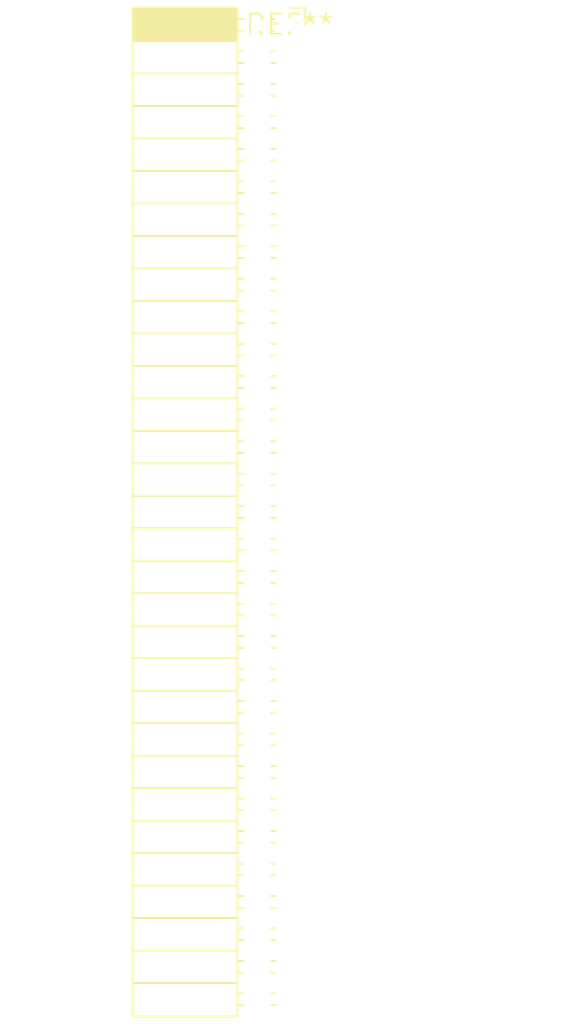
<source format=kicad_pcb>
(kicad_pcb (version 20240108) (generator pcbnew)
  (layers (0 "F.Cu" signal) (31 "B.Cu" signal) (34 "B.Paste" user) (35 "F.Paste" user) (36 "B.SilkS" user "B.Silkscreen") (37 "F.SilkS" user "F.Silkscreen") (38 "B.Mask" user) (39 "F.Mask" user) (44 "Edge.Cuts" user))
  (net 0 "")
  (footprint "PinSocket_2x31_P2.00mm_Horizontal" (layer "F.Cu") (at 0 0)
    (property "Reference" "REF**")
    (property "Value" "PinSocket_2x31_P2.00mm_Horizontal")
    (fp_line (start -9.68 -1.06) (end -9.68 61.06) (layer "F.SilkS") (stroke (width 0.12)))
    (fp_line (start -9.68 -1.06) (end -3.21 -1.06) (layer "F.SilkS") (stroke (width 0.12)))
    (fp_line (start -9.68 -0.94) (end -3.21 -0.94) (layer "F.SilkS") (stroke (width 0.12)))
    (fp_line (start -9.68 -0.825882) (end -3.21 -0.825882) (layer "F.SilkS") (stroke (width 0.12)))
    (fp_line (start -9.68 -0.711764) (end -3.21 -0.711764) (layer "F.SilkS") (stroke (width 0.12)))
    (fp_line (start -9.68 -0.597646) (end -3.21 -0.597646) (layer "F.SilkS") (stroke (width 0.12)))
    (fp_line (start -9.68 -0.483528) (end -3.21 -0.483528) (layer "F.SilkS") (stroke (width 0.12)))
    (fp_line (start -9.68 -0.36941) (end -3.21 -0.36941) (layer "F.SilkS") (stroke (width 0.12)))
    (fp_line (start -9.68 -0.255292) (end -3.21 -0.255292) (layer "F.SilkS") (stroke (width 0.12)))
    (fp_line (start -9.68 -0.141174) (end -3.21 -0.141174) (layer "F.SilkS") (stroke (width 0.12)))
    (fp_line (start -9.68 -0.027056) (end -3.21 -0.027056) (layer "F.SilkS") (stroke (width 0.12)))
    (fp_line (start -9.68 0.087062) (end -3.21 0.087062) (layer "F.SilkS") (stroke (width 0.12)))
    (fp_line (start -9.68 0.20118) (end -3.21 0.20118) (layer "F.SilkS") (stroke (width 0.12)))
    (fp_line (start -9.68 0.315298) (end -3.21 0.315298) (layer "F.SilkS") (stroke (width 0.12)))
    (fp_line (start -9.68 0.429416) (end -3.21 0.429416) (layer "F.SilkS") (stroke (width 0.12)))
    (fp_line (start -9.68 0.543534) (end -3.21 0.543534) (layer "F.SilkS") (stroke (width 0.12)))
    (fp_line (start -9.68 0.657652) (end -3.21 0.657652) (layer "F.SilkS") (stroke (width 0.12)))
    (fp_line (start -9.68 0.77177) (end -3.21 0.77177) (layer "F.SilkS") (stroke (width 0.12)))
    (fp_line (start -9.68 0.885888) (end -3.21 0.885888) (layer "F.SilkS") (stroke (width 0.12)))
    (fp_line (start -9.68 1) (end -3.21 1) (layer "F.SilkS") (stroke (width 0.12)))
    (fp_line (start -9.68 3) (end -3.21 3) (layer "F.SilkS") (stroke (width 0.12)))
    (fp_line (start -9.68 5) (end -3.21 5) (layer "F.SilkS") (stroke (width 0.12)))
    (fp_line (start -9.68 7) (end -3.21 7) (layer "F.SilkS") (stroke (width 0.12)))
    (fp_line (start -9.68 9) (end -3.21 9) (layer "F.SilkS") (stroke (width 0.12)))
    (fp_line (start -9.68 11) (end -3.21 11) (layer "F.SilkS") (stroke (width 0.12)))
    (fp_line (start -9.68 13) (end -3.21 13) (layer "F.SilkS") (stroke (width 0.12)))
    (fp_line (start -9.68 15) (end -3.21 15) (layer "F.SilkS") (stroke (width 0.12)))
    (fp_line (start -9.68 17) (end -3.21 17) (layer "F.SilkS") (stroke (width 0.12)))
    (fp_line (start -9.68 19) (end -3.21 19) (layer "F.SilkS") (stroke (width 0.12)))
    (fp_line (start -9.68 21) (end -3.21 21) (layer "F.SilkS") (stroke (width 0.12)))
    (fp_line (start -9.68 23) (end -3.21 23) (layer "F.SilkS") (stroke (width 0.12)))
    (fp_line (start -9.68 25) (end -3.21 25) (layer "F.SilkS") (stroke (width 0.12)))
    (fp_line (start -9.68 27) (end -3.21 27) (layer "F.SilkS") (stroke (width 0.12)))
    (fp_line (start -9.68 29) (end -3.21 29) (layer "F.SilkS") (stroke (width 0.12)))
    (fp_line (start -9.68 31) (end -3.21 31) (layer "F.SilkS") (stroke (width 0.12)))
    (fp_line (start -9.68 33) (end -3.21 33) (layer "F.SilkS") (stroke (width 0.12)))
    (fp_line (start -9.68 35) (end -3.21 35) (layer "F.SilkS") (stroke (width 0.12)))
    (fp_line (start -9.68 37) (end -3.21 37) (layer "F.SilkS") (stroke (width 0.12)))
    (fp_line (start -9.68 39) (end -3.21 39) (layer "F.SilkS") (stroke (width 0.12)))
    (fp_line (start -9.68 41) (end -3.21 41) (layer "F.SilkS") (stroke (width 0.12)))
    (fp_line (start -9.68 43) (end -3.21 43) (layer "F.SilkS") (stroke (width 0.12)))
    (fp_line (start -9.68 45) (end -3.21 45) (layer "F.SilkS") (stroke (width 0.12)))
    (fp_line (start -9.68 47) (end -3.21 47) (layer "F.SilkS") (stroke (width 0.12)))
    (fp_line (start -9.68 49) (end -3.21 49) (layer "F.SilkS") (stroke (width 0.12)))
    (fp_line (start -9.68 51) (end -3.21 51) (layer "F.SilkS") (stroke (width 0.12)))
    (fp_line (start -9.68 53) (end -3.21 53) (layer "F.SilkS") (stroke (width 0.12)))
    (fp_line (start -9.68 55) (end -3.21 55) (layer "F.SilkS") (stroke (width 0.12)))
    (fp_line (start -9.68 57) (end -3.21 57) (layer "F.SilkS") (stroke (width 0.12)))
    (fp_line (start -9.68 59) (end -3.21 59) (layer "F.SilkS") (stroke (width 0.12)))
    (fp_line (start -9.68 61.06) (end -3.21 61.06) (layer "F.SilkS") (stroke (width 0.12)))
    (fp_line (start -3.21 -1.06) (end -3.21 61.06) (layer "F.SilkS") (stroke (width 0.12)))
    (fp_line (start -3.21 -0.36) (end -2.862917 -0.36) (layer "F.SilkS") (stroke (width 0.12)))
    (fp_line (start -3.21 0.36) (end -2.862917 0.36) (layer "F.SilkS") (stroke (width 0.12)))
    (fp_line (start -3.21 1.64) (end -2.862917 1.64) (layer "F.SilkS") (stroke (width 0.12)))
    (fp_line (start -3.21 2.36) (end -2.862917 2.36) (layer "F.SilkS") (stroke (width 0.12)))
    (fp_line (start -3.21 3.64) (end -2.862917 3.64) (layer "F.SilkS") (stroke (width 0.12)))
    (fp_line (start -3.21 4.36) (end -2.862917 4.36) (layer "F.SilkS") (stroke (width 0.12)))
    (fp_line (start -3.21 5.64) (end -2.862917 5.64) (layer "F.SilkS") (stroke (width 0.12)))
    (fp_line (start -3.21 6.36) (end -2.862917 6.36) (layer "F.SilkS") (stroke (width 0.12)))
    (fp_line (start -3.21 7.64) (end -2.862917 7.64) (layer "F.SilkS") (stroke (width 0.12)))
    (fp_line (start -3.21 8.36) (end -2.862917 8.36) (layer "F.SilkS") (stroke (width 0.12)))
    (fp_line (start -3.21 9.64) (end -2.862917 9.64) (layer "F.SilkS") (stroke (width 0.12)))
    (fp_line (start -3.21 10.36) (end -2.862917 10.36) (layer "F.SilkS") (stroke (width 0.12)))
    (fp_line (start -3.21 11.64) (end -2.862917 11.64) (layer "F.SilkS") (stroke (width 0.12)))
    (fp_line (start -3.21 12.36) (end -2.862917 12.36) (layer "F.SilkS") (stroke (width 0.12)))
    (fp_line (start -3.21 13.64) (end -2.862917 13.64) (layer "F.SilkS") (stroke (width 0.12)))
    (fp_line (start -3.21 14.36) (end -2.862917 14.36) (layer "F.SilkS") (stroke (width 0.12)))
    (fp_line (start -3.21 15.64) (end -2.862917 15.64) (layer "F.SilkS") (stroke (width 0.12)))
    (fp_line (start -3.21 16.36) (end -2.862917 16.36) (layer "F.SilkS") (stroke (width 0.12)))
    (fp_line (start -3.21 17.64) (end -2.862917 17.64) (layer "F.SilkS") (stroke (width 0.12)))
    (fp_line (start -3.21 18.36) (end -2.862917 18.36) (layer "F.SilkS") (stroke (width 0.12)))
    (fp_line (start -3.21 19.64) (end -2.862917 19.64) (layer "F.SilkS") (stroke (width 0.12)))
    (fp_line (start -3.21 20.36) (end -2.862917 20.36) (layer "F.SilkS") (stroke (width 0.12)))
    (fp_line (start -3.21 21.64) (end -2.862917 21.64) (layer "F.SilkS") (stroke (width 0.12)))
    (fp_line (start -3.21 22.36) (end -2.862917 22.36) (layer "F.SilkS") (stroke (width 0.12)))
    (fp_line (start -3.21 23.64) (end -2.862917 23.64) (layer "F.SilkS") (stroke (width 0.12)))
    (fp_line (start -3.21 24.36) (end -2.862917 24.36) (layer "F.SilkS") (stroke (width 0.12)))
    (fp_line (start -3.21 25.64) (end -2.862917 25.64) (layer "F.SilkS") (stroke (width 0.12)))
    (fp_line (start -3.21 26.36) (end -2.862917 26.36) (layer "F.SilkS") (stroke (width 0.12)))
    (fp_line (start -3.21 27.64) (end -2.862917 27.64) (layer "F.SilkS") (stroke (width 0.12)))
    (fp_line (start -3.21 28.36) (end -2.862917 28.36) (layer "F.SilkS") (stroke (width 0.12)))
    (fp_line (start -3.21 29.64) (end -2.862917 29.64) (layer "F.SilkS") (stroke (width 0.12)))
    (fp_line (start -3.21 30.36) (end -2.862917 30.36) (layer "F.SilkS") (stroke (width 0.12)))
    (fp_line (start -3.21 31.64) (end -2.862917 31.64) (layer "F.SilkS") (stroke (width 0.12)))
    (fp_line (start -3.21 32.36) (end -2.862917 32.36) (layer "F.SilkS") (stroke (width 0.12)))
    (fp_line (start -3.21 33.64) (end -2.862917 33.64) (layer "F.SilkS") (stroke (width 0.12)))
    (fp_line (start -3.21 34.36) (end -2.862917 34.36) (layer "F.SilkS") (stroke (width 0.12)))
    (fp_line (start -3.21 35.64) (end -2.862917 35.64) (layer "F.SilkS") (stroke (width 0.12)))
    (fp_line (start -3.21 36.36) (end -2.862917 36.36) (layer "F.SilkS") (stroke (width 0.12)))
    (fp_line (start -3.21 37.64) (end -2.862917 37.64) (layer "F.SilkS") (stroke (width 0.12)))
    (fp_line (start -3.21 38.36) (end -2.862917 38.36) (layer "F.SilkS") (stroke (width 0.12)))
    (fp_line (start -3.21 39.64) (end -2.862917 39.64) (layer "F.SilkS") (stroke (width 0.12)))
    (fp_line (start -3.21 40.36) (end -2.862917 40.36) (layer "F.SilkS") (stroke (width 0.12)))
    (fp_line (start -3.21 41.64) (end -2.862917 41.64) (layer "F.SilkS") (stroke (width 0.12)))
    (fp_line (start -3.21 42.36) (end -2.862917 42.36) (layer "F.SilkS") (stroke (width 0.12)))
    (fp_line (start -3.21 43.64) (end -2.862917 43.64) (layer "F.SilkS") (stroke (width 0.12)))
    (fp_line (start -3.21 44.36) (end -2.862917 44.36) (layer "F.SilkS") (stroke (width 0.12)))
    (fp_line (start -3.21 45.64) (end -2.862917 45.64) (layer "F.SilkS") (stroke (width 0.12)))
    (fp_line (start -3.21 46.36) (end -2.862917 46.36) (layer "F.SilkS") (stroke (width 0.12)))
    (fp_line (start -3.21 47.64) (end -2.862917 47.64) (layer "F.SilkS") (stroke (width 0.12)))
    (fp_line (start -3.21 48.36) (end -2.862917 48.36) (layer "F.SilkS") (stroke (width 0.12)))
    (fp_line (start -3.21 49.64) (end -2.862917 49.64) (layer "F.SilkS") (stroke (width 0.12)))
    (fp_line (start -3.21 50.36) (end -2.862917 50.36) (layer "F.SilkS") (stroke (width 0.12)))
    (fp_line (start -3.21 51.64) (end -2.862917 51.64) (layer "F.SilkS") (stroke (width 0.12)))
    (fp_line (start -3.21 52.36) (end -2.862917 52.36) (layer "F.SilkS") (stroke (width 0.12)))
    (fp_line (start -3.21 53.64) (end -2.862917 53.64) (layer "F.SilkS") (stroke (width 0.12)))
    (fp_line (start -3.21 54.36) (end -2.862917 54.36) (layer "F.SilkS") (stroke (width 0.12)))
    (fp_line (start -3.21 55.64) (end -2.862917 55.64) (layer "F.SilkS") (stroke (width 0.12)))
    (fp_line (start -3.21 56.36) (end -2.862917 56.36) (layer "F.SilkS") (stroke (width 0.12)))
    (fp_line (start -3.21 57.64) (end -2.862917 57.64) (layer "F.SilkS") (stroke (width 0.12)))
    (fp_line (start -3.21 58.36) (end -2.862917 58.36) (layer "F.SilkS") (stroke (width 0.12)))
    (fp_line (start -3.21 59.64) (end -2.862917 59.64) (layer "F.SilkS") (stroke (width 0.12)))
    (fp_line (start -3.21 60.36) (end -2.862917 60.36) (layer "F.SilkS") (stroke (width 0.12)))
    (fp_line (start -1.137083 -0.36) (end -0.935 -0.36) (layer "F.SilkS") (stroke (width 0.12)))
    (fp_line (start -1.137083 0.36) (end -0.935 0.36) (layer "F.SilkS") (stroke (width 0.12)))
    (fp_line (start -1.137083 1.64) (end -0.862917 1.64) (layer "F.SilkS") (stroke (width 0.12)))
    (fp_line (start -1.137083 2.36) (end -0.862917 2.36) (layer "F.SilkS") (stroke (width 0.12)))
    (fp_line (start -1.137083 3.64) (end -0.862917 3.64) (layer "F.SilkS") (stroke (width 0.12)))
    (fp_line (start -1.137083 4.36) (end -0.862917 4.36) (layer "F.SilkS") (stroke (width 0.12)))
    (fp_line (start -1.137083 5.64) (end -0.862917 5.64) (layer "F.SilkS") (stroke (width 0.12)))
    (fp_line (start -1.137083 6.36) (end -0.862917 6.36) (layer "F.SilkS") (stroke (width 0.12)))
    (fp_line (start -1.137083 7.64) (end -0.862917 7.64) (layer "F.SilkS") (stroke (width 0.12)))
    (fp_line (start -1.137083 8.36) (end -0.862917 8.36) (layer "F.SilkS") (stroke (width 0.12)))
    (fp_line (start -1.137083 9.64) (end -0.862917 9.64) (layer "F.SilkS") (stroke (width 0.12)))
    (fp_line (start -1.137083 10.36) (end -0.862917 10.36) (layer "F.SilkS") (stroke (width 0.12)))
    (fp_line (start -1.137083 11.64) (end -0.862917 11.64) (layer "F.SilkS") (stroke (width 0.12)))
    (fp_line (start -1.137083 12.36) (end -0.862917 12.36) (layer "F.SilkS") (stroke (width 0.12)))
    (fp_line (start -1.137083 13.64) (end -0.862917 13.64) (layer "F.SilkS") (stroke (width 0.12)))
    (fp_line (start -1.137083 14.36) (end -0.862917 14.36) (layer "F.SilkS") (stroke (width 0.12)))
    (fp_line (start -1.137083 15.64) (end -0.862917 15.64) (layer "F.SilkS") (stroke (width 0.12)))
    (fp_line (start -1.137083 16.36) (end -0.862917 16.36) (layer "F.SilkS") (stroke (width 0.12)))
    (fp_line (start -1.137083 17.64) (end -0.862917 17.64) (layer "F.SilkS") (stroke (width 0.12)))
    (fp_line (start -1.137083 18.36) (end -0.862917 18.36) (layer "F.SilkS") (stroke (width 0.12)))
    (fp_line (start -1.137083 19.64) (end -0.862917 19.64) (layer "F.SilkS") (stroke (width 0.12)))
    (fp_line (start -1.137083 20.36) (end -0.862917 20.36) (layer "F.SilkS") (stroke (width 0.12)))
    (fp_line (start -1.137083 21.64) (end -0.862917 21.64) (layer "F.SilkS") (stroke (width 0.12)))
    (fp_line (start -1.137083 22.36) (end -0.862917 22.36) (layer "F.SilkS") (stroke (width 0.12)))
    (fp_line (start -1.137083 23.64) (end -0.862917 23.64) (layer "F.SilkS") (stroke (width 0.12)))
    (fp_line (start -1.137083 24.36) (end -0.862917 24.36) (layer "F.SilkS") (stroke (width 0.12)))
    (fp_line (start -1.137083 25.64) (end -0.862917 25.64) (layer "F.SilkS") (stroke (width 0.12)))
    (fp_line (start -1.137083 26.36) (end -0.862917 26.36) (layer "F.SilkS") (stroke (width 0.12)))
    (fp_line (start -1.137083 27.64) (end -0.862917 27.64) (layer "F.SilkS") (stroke (width 0.12)))
    (fp_line (start -1.137083 28.36) (end -0.862917 28.36) (layer "F.SilkS") (stroke (width 0.12)))
    (fp_line (start -1.137083 29.64) (end -0.862917 29.64) (layer "F.SilkS") (stroke (width 0.12)))
    (fp_line (start -1.137083 30.36) (end -0.862917 30.36) (layer "F.SilkS") (stroke (width 0.12)))
    (fp_line (start -1.137083 31.64) (end -0.862917 31.64) (layer "F.SilkS") (stroke (width 0.12)))
    (fp_line (start -1.137083 32.36) (end -0.862917 32.36) (layer "F.SilkS") (stroke (width 0.12)))
    (fp_line (start -1.137083 33.64) (end -0.862917 33.64) (layer "F.SilkS") (stroke (width 0.12)))
    (fp_line (start -1.137083 34.36) (end -0.862917 34.36) (layer "F.SilkS") (stroke (width 0.12)))
    (fp_line (start -1.137083 35.64) (end -0.862917 35.64) (layer "F.SilkS") (stroke (width 0.12)))
    (fp_line (start -1.137083 36.36) (end -0.862917 36.36) (layer "F.SilkS") (stroke (width 0.12)))
    (fp_line (start -1.137083 37.64) (end -0.862917 37.64) (layer "F.SilkS") (stroke (width 0.12)))
    (fp_line (start -1.137083 38.36) (end -0.862917 38.36) (layer "F.SilkS") (stroke (width 0.12)))
    (fp_line (start -1.137083 39.64) (end -0.862917 39.64) (layer "F.SilkS") (stroke (width 0.12)))
    (fp_line (start -1.137083 40.36) (end -0.862917 40.36) (layer "F.SilkS") (stroke (width 0.12)))
    (fp_line (start -1.137083 41.64) (end -0.862917 41.64) (layer "F.SilkS") (stroke (width 0.12)))
    (fp_line (start -1.137083 42.36) (end -0.862917 42.36) (layer "F.SilkS") (stroke (width 0.12)))
    (fp_line (start -1.137083 43.64) (end -0.862917 43.64) (layer "F.SilkS") (stroke (width 0.12)))
    (fp_line (start -1.137083 44.36) (end -0.862917 44.36) (layer "F.SilkS") (stroke (width 0.12)))
    (fp_line (start -1.137083 45.64) (end -0.862917 45.64) (layer "F.SilkS") (stroke (width 0.12)))
    (fp_line (start -1.137083 46.36) (end -0.862917 46.36) (layer "F.SilkS") (stroke (width 0.12)))
    (fp_line (start -1.137083 47.64) (end -0.862917 47.64) (layer "F.SilkS") (stroke (width 0.12)))
    (fp_line (start -1.137083 48.36) (end -0.862917 48.36) (layer "F.SilkS") (stroke (width 0.12)))
    (fp_line (start -1.137083 49.64) (end -0.862917 49.64) (layer "F.SilkS") (stroke (width 0.12)))
    (fp_line (start -1.137083 50.36) (end -0.862917 50.36) (layer "F.SilkS") (stroke (width 0.12)))
    (fp_line (start -1.137083 51.64) (end -0.862917 51.64) (layer "F.SilkS") (stroke (width 0.12)))
    (fp_line (start -1.137083 52.36) (end -0.862917 52.36) (layer "F.SilkS") (stroke (width 0.12)))
    (fp_line (start -1.137083 53.64) (end -0.862917 53.64) (layer "F.SilkS") (stroke (width 0.12)))
    (fp_line (start -1.137083 54.36) (end -0.862917 54.36) (layer "F.SilkS") (stroke (width 0.12)))
    (fp_line (start -1.137083 55.64) (end -0.862917 55.64) (layer "F.SilkS") (stroke (width 0.12)))
    (fp_line (start -1.137083 56.36) (end -0.862917 56.36) (layer "F.SilkS") (stroke (width 0.12)))
    (fp_line (start -1.137083 57.64) (end -0.862917 57.64) (layer "F.SilkS") (stroke (width 0.12)))
    (fp_line (start -1.137083 58.36) (end -0.862917 58.36) (layer "F.SilkS") (stroke (width 0.12)))
    (fp_line (start -1.137083 59.64) (end -0.862917 59.64) (layer "F.SilkS") (stroke (width 0.12)))
    (fp_line (start -1.137083 60.36) (end -0.862917 60.36) (layer "F.SilkS") (stroke (width 0.12)))
    (fp_line (start 0 -1.06) (end 0.935 -1.06) (layer "F.SilkS") (stroke (width 0.12)))
    (fp_line (start 0.935 -1.06) (end 0.935 0) (layer "F.SilkS") (stroke (width 0.12)))
    (pad "1" thru_hole rect (at 0 0) (size 1.35 1.35) (drill 0.8) (layers *.Cu *.Mask) (remove_unused_layers))
    (pad "2" thru_hole oval (at -2 0) (size 1.35 1.35) (drill 0.8) (layers *.Cu *.Mask) (remove_unused_layers))
    (pad "3" thru_hole oval (at 0 2) (size 1.35 1.35) (drill 0.8) (layers *.Cu *.Mask) (remove_unused_layers))
    (pad "4" thru_hole oval (at -2 2) (size 1.35 1.35) (drill 0.8) (layers *.Cu *.Mask) (remove_unused_layers))
    (pad "5" thru_hole oval (at 0 4) (size 1.35 1.35) (drill 0.8) (layers *.Cu *.Mask) (remove_unused_layers))
    (pad "6" thru_hole oval (at -2 4) (size 1.35 1.35) (drill 0.8) (layers *.Cu *.Mask) (remove_unused_layers))
    (pad "7" thru_hole oval (at 0 6) (size 1.35 1.35) (drill 0.8) (layers *.Cu *.Mask) (remove_unused_layers))
    (pad "8" thru_hole oval (at -2 6) (size 1.35 1.35) (drill 0.8) (layers *.Cu *.Mask) (remove_unused_layers))
    (pad "9" thru_hole oval (at 0 8) (size 1.35 1.35) (drill 0.8) (layers *.Cu *.Mask) (remove_unused_layers))
    (pad "10" thru_hole oval (at -2 8) (size 1.35 1.35) (drill 0.8) (layers *.Cu *.Mask) (remove_unused_layers))
    (pad "11" thru_hole oval (at 0 10) (size 1.35 1.35) (drill 0.8) (layers *.Cu *.Mask) (remove_unused_layers))
    (pad "12" thru_hole oval (at -2 10) (size 1.35 1.35) (drill 0.8) (layers *.Cu *.Mask) (remove_unused_layers))
    (pad "13" thru_hole oval (at 0 12) (size 1.35 1.35) (drill 0.8) (layers *.Cu *.Mask) (remove_unused_layers))
    (pad "14" thru_hole oval (at -2 12) (size 1.35 1.35) (drill 0.8) (layers *.Cu *.Mask) (remove_unused_layers))
    (pad "15" thru_hole oval (at 0 14) (size 1.35 1.35) (drill 0.8) (layers *.Cu *.Mask) (remove_unused_layers))
    (pad "16" thru_hole oval (at -2 14) (size 1.35 1.35) (drill 0.8) (layers *.Cu *.Mask) (remove_unused_layers))
    (pad "17" thru_hole oval (at 0 16) (size 1.35 1.35) (drill 0.8) (layers *.Cu *.Mask) (remove_unused_layers))
    (pad "18" thru_hole oval (at -2 16) (size 1.35 1.35) (drill 0.8) (layers *.Cu *.Mask) (remove_unused_layers))
    (pad "19" thru_hole oval (at 0 18) (size 1.35 1.35) (drill 0.8) (layers *.Cu *.Mask) (remove_unused_layers))
    (pad "20" thru_hole oval (at -2 18) (size 1.35 1.35) (drill 0.8) (layers *.Cu *.Mask) (remove_unused_layers))
    (pad "21" thru_hole oval (at 0 20) (size 1.35 1.35) (drill 0.8) (layers *.Cu *.Mask) (remove_unused_layers))
    (pad "22" thru_hole oval (at -2 20) (size 1.35 1.35) (drill 0.8) (layers *.Cu *.Mask) (remove_unused_layers))
    (pad "23" thru_hole oval (at 0 22) (size 1.35 1.35) (drill 0.8) (layers *.Cu *.Mask) (remove_unused_layers))
    (pad "24" thru_hole oval (at -2 22) (size 1.35 1.35) (drill 0.8) (layers *.Cu *.Mask) (remove_unused_layers))
    (pad "25" thru_hole oval (at 0 24) (size 1.35 1.35) (drill 0.8) (layers *.Cu *.Mask) (remove_unused_layers))
    (pad "26" thru_hole oval (at -2 24) (size 1.35 1.35) (drill 0.8) (layers *.Cu *.Mask) (remove_unused_layers))
    (pad "27" thru_hole oval (at 0 26) (size 1.35 1.35) (drill 0.8) (layers *.Cu *.Mask) (remove_unused_layers))
    (pad "28" thru_hole oval (at -2 26) (size 1.35 1.35) (drill 0.8) (layers *.Cu *.Mask) (remove_unused_layers))
    (pad "29" thru_hole oval (at 0 28) (size 1.35 1.35) (drill 0.8) (layers *.Cu *.Mask) (remove_unused_layers))
    (pad "30" thru_hole oval (at -2 28) (size 1.35 1.35) (drill 0.8) (layers *.Cu *.Mask) (remove_unused_layers))
    (pad "31" thru_hole oval (at 0 30) (size 1.35 1.35) (drill 0.8) (layers *.Cu *.Mask) (remove_unused_layers))
    (pad "32" thru_hole oval (at -2 30) (size 1.35 1.35) (drill 0.8) (layers *.Cu *.Mask) (remove_unused_layers))
    (pad "33" thru_hole oval (at 0 32) (size 1.35 1.35) (drill 0.8) (layers *.Cu *.Mask) (remove_unused_layers))
    (pad "34" thru_hole oval (at -2 32) (size 1.35 1.35) (drill 0.8) (layers *.Cu *.Mask) (remove_unused_layers))
    (pad "35" thru_hole oval (at 0 34) (size 1.35 1.35) (drill 0.8) (layers *.Cu *.Mask) (remove_unused_layers))
    (pad "36" thru_hole oval (at -2 34) (size 1.35 1.35) (drill 0.8) (layers *.Cu *.Mask) (remove_unused_layers))
    (pad "37" thru_hole oval (at 0 36) (size 1.35 1.35) (drill 0.8) (layers *.Cu *.Mask) (remove_unused_layers))
    (pad "38" thru_hole oval (at -2 36) (size 1.35 1.35) (drill 0.8) (layers *.Cu *.Mask) (remove_unused_layers))
    (pad "39" thru_hole oval (at 0 38) (size 1.35 1.35) (drill 0.8) (layers *.Cu *.Mask) (remove_unused_layers))
    (pad "40" thru_hole oval (at -2 38) (size 1.35 1.35) (drill 0.8) (layers *.Cu *.Mask) (remove_unused_layers))
    (pad "41" thru_hole oval (at 0 40) (size 1.35 1.35) (drill 0.8) (layers *.Cu *.Mask) (remove_unused_layers))
    (pad "42" thru_hole oval (at -2 40) (size 1.35 1.35) (drill 0.8) (layers *.Cu *.Mask) (remove_unused_layers))
    (pad "43" thru_hole oval (at 0 42) (size 1.35 1.35) (drill 0.8) (layers *.Cu *.Mask) (remove_unused_layers))
    (pad "44" thru_hole oval (at -2 42) (size 1.35 1.35) (drill 0.8) (layers *.Cu *.Mask) (remove_unused_layers))
    (pad "45" thru_hole oval (at 0 44) (size 1.35 1.35) (drill 0.8) (layers *.Cu *.Mask) (remove_unused_layers))
    (pad "46" thru_hole oval (at -2 44) (size 1.35 1.35) (drill 0.8) (layers *.Cu *.Mask) (remove_unused_layers))
    (pad "47" thru_hole oval (at 0 46) (size 1.35 1.35) (drill 0.8) (layers *.Cu *.Mask) (remove_unused_layers))
    (pad "48" thru_hole oval (at -2 46) (size 1.35 1.35) (drill 0.8) (layers *.Cu *.Mask) (remove_unused_layers))
    (pad "49" thru_hole oval (at 0 48) (size 1.35 1.35) (drill 0.8) (layers *.Cu *.Mask) (remove_unused_layers))
    (pad "50" thru_hole oval (at -2 48) (size 1.35 1.35) (drill 0.8) (layers *.Cu *.Mask) (remove_unused_layers))
    (pad "51" thru_hole oval (at 0 50) (size 1.35 1.35) (drill 0.8) (layers *.Cu *.Mask) (remove_unused_layers))
    (pad "52" thru_hole oval (at -2 50) (size 1.35 1.35) (drill 0.8) (layers *.Cu *.Mask) (remove_unused_layers))
    (pad "53" thru_hole oval (at 0 52) (size 1.35 1.35) (drill 0.8) (layers *.Cu *.Mask) (remove_unused_layers))
    (pad "54" thru_hole oval (at -2 52) (size 1.35 1.35) (drill 0.8) (layers *.Cu *.Mask) (remove_unused_layers))
    (pad "55" thru_hole oval (at 0 54) (size 1.35 1.35) (drill 0.8) (layers *.Cu *.Mask) (remove_unused_layers))
    (pad "56" thru_hole oval (at -2 54) (size 1.35 1.35) (drill 0.8) (layers *.Cu *.Mask) (remove_unused_layers))
    (pad "57" thru_hole oval (at 0 56) (size 1.35 1.35) (drill 0.8) (layers *.Cu *.Mask) (remove_unused_layers))
    (pad "58" thru_hole oval (at -2 56) (size 1.35 1.35) (drill 0.8) (layers *.Cu *.Mask) (remove_unused_layers))
    (pad "59" thru_hole oval (at 0 58) (size 1.35 1.35) (drill 0.8) (layers *.Cu *.Mask) (remove_unused_layers))
    (pad "60" thru_hole oval (at -2 58) (size 1.35 1.35) (drill 0.8) (layers *.Cu *.Mask) (remove_unused_layers))
    (pad "61" thru_hole oval (at 0 60) (size 1.35 1.35) (drill 0.8) (layers *.Cu *.Mask) (remove_unused_layers))
    (pad "62" thru_hole oval (at -2 60) (size 1.35 1.35) (drill 0.8) (layers *.Cu *.Mask) (remove_unused_layers))
  )
)
</source>
